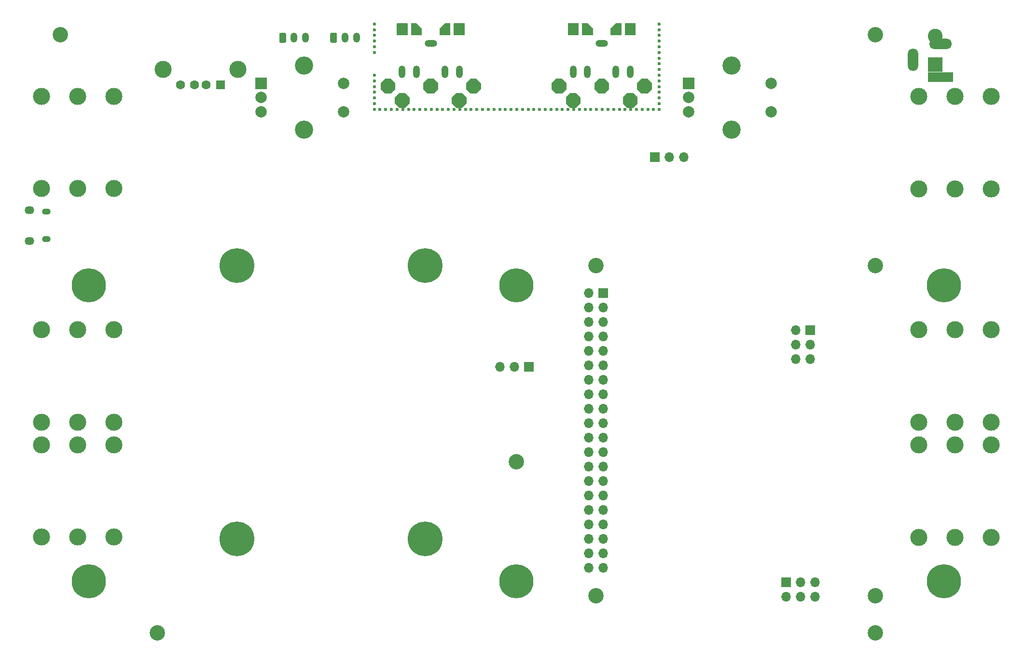
<source format=gbs>
G04 #@! TF.GenerationSoftware,KiCad,Pcbnew,8.0.4+1*
G04 #@! TF.CreationDate,2024-10-13T10:14:26+00:00*
G04 #@! TF.ProjectId,pedalboard-hw,70656461-6c62-46f6-9172-642d68772e6b,4.0.0-RC1*
G04 #@! TF.SameCoordinates,Original*
G04 #@! TF.FileFunction,Soldermask,Bot*
G04 #@! TF.FilePolarity,Negative*
%FSLAX46Y46*%
G04 Gerber Fmt 4.6, Leading zero omitted, Abs format (unit mm)*
G04 Created by KiCad (PCBNEW 8.0.4+1) date 2024-10-13 10:14:26*
%MOMM*%
%LPD*%
G01*
G04 APERTURE LIST*
%ADD10C,2.700000*%
%ADD11O,1.200000X2.200000*%
%ADD12O,2.200000X1.200000*%
%ADD13C,3.000000*%
%ADD14R,4.400000X1.800000*%
%ADD15O,4.000000X1.800000*%
%ADD16O,1.800000X4.000000*%
%ADD17R,2.600000X2.600000*%
%ADD18C,2.600000*%
%ADD19R,1.700000X1.700000*%
%ADD20O,1.700000X1.700000*%
%ADD21C,0.600000*%
%ADD22R,2.000000X2.000000*%
%ADD23C,2.000000*%
%ADD24C,3.200000*%
%ADD25O,1.700000X1.350000*%
%ADD26O,1.500000X1.100000*%
%ADD27R,1.600000X1.500000*%
%ADD28C,1.600000*%
%ADD29C,6.100000*%
%ADD30C,6.000000*%
%ADD31O,1.200000X1.750000*%
G04 APERTURE END LIST*
D10*
X168000000Y-121500000D03*
D11*
X125000000Y-29500000D03*
X122500000Y-29500000D03*
D12*
X120000000Y-24500000D03*
D11*
X115000000Y-29500000D03*
X117500000Y-29500000D03*
D13*
X28050000Y-50000000D03*
X28050000Y-33770000D03*
X21700000Y-50000000D03*
X21700000Y-33770000D03*
X34400000Y-50000000D03*
X34400000Y-33770000D03*
X28050000Y-111200000D03*
X28050000Y-94970000D03*
X21700000Y-111200000D03*
X21700000Y-94970000D03*
X34400000Y-111200000D03*
X34400000Y-94970000D03*
D14*
X179400000Y-30400000D03*
D15*
X179400000Y-24600000D03*
D16*
X174600000Y-27400000D03*
D17*
X178500000Y-28210000D03*
D18*
X178500000Y-23210000D03*
D13*
X28050000Y-91000000D03*
X28050000Y-74770000D03*
X21700000Y-91000000D03*
X21700000Y-74770000D03*
X34400000Y-91000000D03*
X34400000Y-74770000D03*
X181950000Y-94995000D03*
X181950000Y-111225000D03*
X188300000Y-94995000D03*
X188300000Y-111225000D03*
X175600000Y-94995000D03*
X175600000Y-111225000D03*
D19*
X129315000Y-44450000D03*
D20*
X131855000Y-44450000D03*
X134395000Y-44450000D03*
D10*
X118980000Y-121520000D03*
D21*
X80100000Y-21075000D03*
X80100000Y-22075000D03*
X80100000Y-23075000D03*
X80100000Y-24075000D03*
X80100000Y-25075000D03*
X80100000Y-26075000D03*
X80100000Y-30075000D03*
X80100000Y-31075000D03*
X80100000Y-32075000D03*
X80100000Y-33075000D03*
X80100000Y-34075000D03*
X80100000Y-35075000D03*
X80100000Y-36075000D03*
X81100000Y-36075000D03*
X82100000Y-36075000D03*
X83100000Y-36075000D03*
X84100000Y-36075000D03*
X85100000Y-36075000D03*
X86100000Y-36075000D03*
X87100000Y-36075000D03*
X88100000Y-36075000D03*
X89100000Y-36075000D03*
X90100000Y-36075000D03*
X91100000Y-36075000D03*
X92100000Y-36075000D03*
X93100000Y-36075000D03*
X94100000Y-36075000D03*
X95100000Y-36075000D03*
X96100000Y-36075000D03*
X97100000Y-36075000D03*
X98100000Y-36075000D03*
X99100000Y-36075000D03*
X100100000Y-36075000D03*
X101100000Y-36075000D03*
X102100000Y-36075000D03*
X103100000Y-36075000D03*
X104100000Y-36075000D03*
X105100000Y-36075000D03*
X106100000Y-36075000D03*
X107100000Y-36075000D03*
X108100000Y-36075000D03*
X109100000Y-36075000D03*
X110100000Y-36075000D03*
X111100000Y-36075000D03*
X112100000Y-36075000D03*
X113100000Y-36075000D03*
X114100000Y-36075000D03*
X115100000Y-36075000D03*
X116100000Y-36075000D03*
X117100000Y-36075000D03*
X118100000Y-36075000D03*
X119100000Y-36075000D03*
X120100000Y-36075000D03*
X121100000Y-36075000D03*
X122100000Y-36075000D03*
X123100000Y-36075000D03*
X124100000Y-36075000D03*
X125100000Y-36075000D03*
X126100000Y-36075000D03*
X127100000Y-36075000D03*
X128100000Y-36075000D03*
X129100000Y-36075000D03*
X130100000Y-21075000D03*
X130100000Y-22075000D03*
X130100000Y-23075000D03*
X130100000Y-24075000D03*
X130100000Y-25075000D03*
X130100000Y-26075000D03*
X130100000Y-27075000D03*
X130100000Y-28075000D03*
X130100000Y-29075000D03*
X130100000Y-30075000D03*
X130100000Y-31075000D03*
X130100000Y-32075000D03*
X130100000Y-33075000D03*
X130100000Y-34075000D03*
X130100000Y-35075000D03*
X130100000Y-36075000D03*
D10*
X25000000Y-23000000D03*
D13*
X181965000Y-33800000D03*
X181965000Y-50030000D03*
X188315000Y-33800000D03*
X188315000Y-50030000D03*
X175615000Y-33800000D03*
X175615000Y-50030000D03*
D10*
X168000000Y-63500000D03*
G36*
X111946312Y-33285921D02*
G01*
X111214079Y-32553688D01*
X111199200Y-32517767D01*
X111199200Y-31482233D01*
X111214079Y-31446312D01*
X111946312Y-30714079D01*
X111982233Y-30699200D01*
X113017767Y-30699200D01*
X113053688Y-30714079D01*
X113785921Y-31446312D01*
X113800800Y-31482233D01*
X113800800Y-32517767D01*
X113785921Y-32553688D01*
X113053688Y-33285921D01*
X113017767Y-33300800D01*
X111982233Y-33300800D01*
X111946312Y-33285921D01*
G37*
G36*
X121285921Y-32553688D02*
G01*
X120553688Y-33285921D01*
X120517767Y-33300800D01*
X119482233Y-33300800D01*
X119446312Y-33285921D01*
X118714079Y-32553688D01*
X118699200Y-32517767D01*
X118699200Y-31482233D01*
X118714079Y-31446312D01*
X119446312Y-30714079D01*
X119482233Y-30699200D01*
X120517767Y-30699200D01*
X120553688Y-30714079D01*
X121285921Y-31446312D01*
X121300800Y-31482233D01*
X121300800Y-32517767D01*
X121285921Y-32553688D01*
G37*
G36*
X126946312Y-33285921D02*
G01*
X126214079Y-32553688D01*
X126199200Y-32517767D01*
X126199200Y-31482233D01*
X126214079Y-31446312D01*
X126946312Y-30714079D01*
X126982233Y-30699200D01*
X128017767Y-30699200D01*
X128053688Y-30714079D01*
X128785921Y-31446312D01*
X128800800Y-31482233D01*
X128800800Y-32517767D01*
X128785921Y-32553688D01*
X128053688Y-33285921D01*
X128017767Y-33300800D01*
X126982233Y-33300800D01*
X126946312Y-33285921D01*
G37*
G36*
X114446312Y-35785921D02*
G01*
X113714079Y-35053688D01*
X113699200Y-35017767D01*
X113699200Y-33982233D01*
X113714079Y-33946312D01*
X114446312Y-33214079D01*
X114482233Y-33199200D01*
X115517767Y-33199200D01*
X115553688Y-33214079D01*
X116285921Y-33946312D01*
X116300800Y-33982233D01*
X116300800Y-35017767D01*
X116285921Y-35053688D01*
X115553688Y-35785921D01*
X115517767Y-35800800D01*
X114482233Y-35800800D01*
X114446312Y-35785921D01*
G37*
G36*
X124446312Y-35785921D02*
G01*
X123714079Y-35053688D01*
X123699200Y-35017767D01*
X123699200Y-33982233D01*
X123714079Y-33946312D01*
X124446312Y-33214079D01*
X124482233Y-33199200D01*
X125517767Y-33199200D01*
X125553688Y-33214079D01*
X126285921Y-33946312D01*
X126300800Y-33982233D01*
X126300800Y-35017767D01*
X126285921Y-35053688D01*
X125553688Y-35785921D01*
X125517767Y-35800800D01*
X124482233Y-35800800D01*
X124446312Y-35785921D01*
G37*
G36*
X121564079Y-23035921D02*
G01*
X121549200Y-23000000D01*
X121549200Y-21900000D01*
X121564079Y-21864079D01*
X122464079Y-20964079D01*
X122500000Y-20949200D01*
X123400000Y-20949200D01*
X123435921Y-20964079D01*
X123450800Y-21000000D01*
X123450800Y-23000000D01*
X123435921Y-23035921D01*
X123400000Y-23050800D01*
X121600000Y-23050800D01*
X121564079Y-23035921D01*
G37*
G36*
G01*
X125950800Y-21000000D02*
X125950800Y-23000000D01*
G75*
G02*
X125900000Y-23050800I-50800J0D01*
G01*
X124100000Y-23050800D01*
G75*
G02*
X124049200Y-23000000I0J50800D01*
G01*
X124049200Y-21000000D01*
G75*
G02*
X124100000Y-20949200I50800J0D01*
G01*
X125900000Y-20949200D01*
G75*
G02*
X125950800Y-21000000I0J-50800D01*
G01*
G37*
G36*
G01*
X115950800Y-21000000D02*
X115950800Y-23000000D01*
G75*
G02*
X115900000Y-23050800I-50800J0D01*
G01*
X114100000Y-23050800D01*
G75*
G02*
X114049200Y-23000000I0J50800D01*
G01*
X114049200Y-21000000D01*
G75*
G02*
X114100000Y-20949200I50800J0D01*
G01*
X115900000Y-20949200D01*
G75*
G02*
X115950800Y-21000000I0J-50800D01*
G01*
G37*
G36*
X116564079Y-23035921D02*
G01*
X116549200Y-23000000D01*
X116549200Y-21000000D01*
X116564079Y-20964079D01*
X116600000Y-20949200D01*
X117500000Y-20949200D01*
X117535921Y-20964079D01*
X118435921Y-21864079D01*
X118450800Y-21900000D01*
X118450800Y-23000000D01*
X118435921Y-23035921D01*
X118400000Y-23050800D01*
X116600000Y-23050800D01*
X116564079Y-23035921D01*
G37*
X119000000Y-63500000D03*
D22*
X60250000Y-31500000D03*
D23*
X60250000Y-36500000D03*
X60250000Y-34000000D03*
D24*
X67750000Y-28400000D03*
X67750000Y-39600000D03*
D23*
X74750000Y-36500000D03*
X74750000Y-31500000D03*
D10*
X168000000Y-128000000D03*
D19*
X107225000Y-81300000D03*
D20*
X104685000Y-81300000D03*
X102145000Y-81300000D03*
D13*
X181950000Y-74780000D03*
X181950000Y-91010000D03*
X188300000Y-74780000D03*
X188300000Y-91010000D03*
X175600000Y-74780000D03*
X175600000Y-91010000D03*
D25*
X19555000Y-53745000D03*
D26*
X22555000Y-54055000D03*
X22555000Y-58895000D03*
D25*
X19555000Y-59205000D03*
D27*
X53080000Y-31750000D03*
D28*
X50580000Y-31750000D03*
X48580000Y-31750000D03*
X46080000Y-31750000D03*
D13*
X56150000Y-29040000D03*
X43010000Y-29040000D03*
D29*
X89000000Y-111500000D03*
X89000000Y-63500000D03*
X56000000Y-111500000D03*
X56000000Y-63500000D03*
D10*
X42000000Y-128000000D03*
X168000000Y-23000000D03*
D22*
X135250000Y-31500000D03*
D23*
X135250000Y-36500000D03*
X135250000Y-34000000D03*
D24*
X142750000Y-28400000D03*
X142750000Y-39600000D03*
D23*
X149750000Y-36500000D03*
X149750000Y-31500000D03*
D10*
X105000000Y-98000000D03*
G36*
X81946312Y-33285921D02*
G01*
X81214079Y-32553688D01*
X81199200Y-32517767D01*
X81199200Y-31482233D01*
X81214079Y-31446312D01*
X81946312Y-30714079D01*
X81982233Y-30699200D01*
X83017767Y-30699200D01*
X83053688Y-30714079D01*
X83785921Y-31446312D01*
X83800800Y-31482233D01*
X83800800Y-32517767D01*
X83785921Y-32553688D01*
X83053688Y-33285921D01*
X83017767Y-33300800D01*
X81982233Y-33300800D01*
X81946312Y-33285921D01*
G37*
G36*
X91285921Y-32553688D02*
G01*
X90553688Y-33285921D01*
X90517767Y-33300800D01*
X89482233Y-33300800D01*
X89446312Y-33285921D01*
X88714079Y-32553688D01*
X88699200Y-32517767D01*
X88699200Y-31482233D01*
X88714079Y-31446312D01*
X89446312Y-30714079D01*
X89482233Y-30699200D01*
X90517767Y-30699200D01*
X90553688Y-30714079D01*
X91285921Y-31446312D01*
X91300800Y-31482233D01*
X91300800Y-32517767D01*
X91285921Y-32553688D01*
G37*
G36*
X96946312Y-33285921D02*
G01*
X96214079Y-32553688D01*
X96199200Y-32517767D01*
X96199200Y-31482233D01*
X96214079Y-31446312D01*
X96946312Y-30714079D01*
X96982233Y-30699200D01*
X98017767Y-30699200D01*
X98053688Y-30714079D01*
X98785921Y-31446312D01*
X98800800Y-31482233D01*
X98800800Y-32517767D01*
X98785921Y-32553688D01*
X98053688Y-33285921D01*
X98017767Y-33300800D01*
X96982233Y-33300800D01*
X96946312Y-33285921D01*
G37*
G36*
X84446312Y-35785921D02*
G01*
X83714079Y-35053688D01*
X83699200Y-35017767D01*
X83699200Y-33982233D01*
X83714079Y-33946312D01*
X84446312Y-33214079D01*
X84482233Y-33199200D01*
X85517767Y-33199200D01*
X85553688Y-33214079D01*
X86285921Y-33946312D01*
X86300800Y-33982233D01*
X86300800Y-35017767D01*
X86285921Y-35053688D01*
X85553688Y-35785921D01*
X85517767Y-35800800D01*
X84482233Y-35800800D01*
X84446312Y-35785921D01*
G37*
G36*
X94446312Y-35785921D02*
G01*
X93714079Y-35053688D01*
X93699200Y-35017767D01*
X93699200Y-33982233D01*
X93714079Y-33946312D01*
X94446312Y-33214079D01*
X94482233Y-33199200D01*
X95517767Y-33199200D01*
X95553688Y-33214079D01*
X96285921Y-33946312D01*
X96300800Y-33982233D01*
X96300800Y-35017767D01*
X96285921Y-35053688D01*
X95553688Y-35785921D01*
X95517767Y-35800800D01*
X94482233Y-35800800D01*
X94446312Y-35785921D01*
G37*
G36*
X91564079Y-23035921D02*
G01*
X91549200Y-23000000D01*
X91549200Y-21900000D01*
X91564079Y-21864079D01*
X92464079Y-20964079D01*
X92500000Y-20949200D01*
X93400000Y-20949200D01*
X93435921Y-20964079D01*
X93450800Y-21000000D01*
X93450800Y-23000000D01*
X93435921Y-23035921D01*
X93400000Y-23050800D01*
X91600000Y-23050800D01*
X91564079Y-23035921D01*
G37*
G36*
G01*
X95950800Y-21000000D02*
X95950800Y-23000000D01*
G75*
G02*
X95900000Y-23050800I-50800J0D01*
G01*
X94100000Y-23050800D01*
G75*
G02*
X94049200Y-23000000I0J50800D01*
G01*
X94049200Y-21000000D01*
G75*
G02*
X94100000Y-20949200I50800J0D01*
G01*
X95900000Y-20949200D01*
G75*
G02*
X95950800Y-21000000I0J-50800D01*
G01*
G37*
G36*
G01*
X85950800Y-21000000D02*
X85950800Y-23000000D01*
G75*
G02*
X85900000Y-23050800I-50800J0D01*
G01*
X84100000Y-23050800D01*
G75*
G02*
X84049200Y-23000000I0J50800D01*
G01*
X84049200Y-21000000D01*
G75*
G02*
X84100000Y-20949200I50800J0D01*
G01*
X85900000Y-20949200D01*
G75*
G02*
X85950800Y-21000000I0J-50800D01*
G01*
G37*
G36*
X86564079Y-23035921D02*
G01*
X86549200Y-23000000D01*
X86549200Y-21000000D01*
X86564079Y-20964079D01*
X86600000Y-20949200D01*
X87500000Y-20949200D01*
X87535921Y-20964079D01*
X88435921Y-21864079D01*
X88450800Y-21900000D01*
X88450800Y-23000000D01*
X88435921Y-23035921D01*
X88400000Y-23050800D01*
X86600000Y-23050800D01*
X86564079Y-23035921D01*
G37*
D11*
X94994500Y-29500000D03*
X92494500Y-29500000D03*
D12*
X89994500Y-24500000D03*
D11*
X84994500Y-29500000D03*
X87494500Y-29500000D03*
D30*
X30000000Y-119000000D03*
X105000000Y-67000000D03*
X30000000Y-67000000D03*
X180000000Y-67000000D03*
X105000000Y-119000000D03*
G36*
G01*
X72360000Y-24115000D02*
X72360000Y-22865000D01*
G75*
G02*
X72610000Y-22615000I250000J0D01*
G01*
X73310000Y-22615000D01*
G75*
G02*
X73560000Y-22865000I0J-250000D01*
G01*
X73560000Y-24115000D01*
G75*
G02*
X73310000Y-24365000I-250000J0D01*
G01*
X72610000Y-24365000D01*
G75*
G02*
X72360000Y-24115000I0J250000D01*
G01*
G37*
D31*
X74960000Y-23490000D03*
X76960000Y-23490000D03*
D30*
X180000000Y-119000000D03*
D19*
X120250000Y-68375600D03*
D20*
X117710000Y-68375600D03*
X120250000Y-70915600D03*
X117710000Y-70915600D03*
X120250000Y-73455600D03*
X117710000Y-73455600D03*
X120250000Y-75995600D03*
X117710000Y-75995600D03*
X120250000Y-78535600D03*
X117710000Y-78535600D03*
X120250000Y-81075600D03*
X117710000Y-81075600D03*
X120250000Y-83615600D03*
X117710000Y-83615600D03*
X120250000Y-86155600D03*
X117710000Y-86155600D03*
X120250000Y-88695600D03*
X117710000Y-88695600D03*
X120250000Y-91235600D03*
X117710000Y-91235600D03*
X120250000Y-93775600D03*
X117710000Y-93775600D03*
X120250000Y-96315600D03*
X117710000Y-96315600D03*
X120250000Y-98855600D03*
X117710000Y-98855600D03*
X120250000Y-101395600D03*
X117710000Y-101395600D03*
X120250000Y-103935600D03*
X117710000Y-103935600D03*
X120250000Y-106475600D03*
X117710000Y-106475600D03*
X120250000Y-109015600D03*
X117710000Y-109015600D03*
X120250000Y-111555600D03*
X117710000Y-111555600D03*
X120250000Y-114095600D03*
X117710000Y-114095600D03*
X120250000Y-116635600D03*
X117710000Y-116635600D03*
D19*
X156555000Y-74845600D03*
D20*
X154015000Y-74845600D03*
X156555000Y-77385600D03*
X154015000Y-77385600D03*
X156555000Y-79925600D03*
X154015000Y-79925600D03*
D19*
X152380000Y-119150600D03*
D20*
X152380000Y-121690600D03*
X154920000Y-119150600D03*
X154920000Y-121690600D03*
X157460000Y-119150600D03*
X157460000Y-121690600D03*
G36*
G01*
X63430000Y-24125000D02*
X63430000Y-22875000D01*
G75*
G02*
X63680000Y-22625000I250000J0D01*
G01*
X64380000Y-22625000D01*
G75*
G02*
X64630000Y-22875000I0J-250000D01*
G01*
X64630000Y-24125000D01*
G75*
G02*
X64380000Y-24375000I-250000J0D01*
G01*
X63680000Y-24375000D01*
G75*
G02*
X63430000Y-24125000I0J250000D01*
G01*
G37*
D31*
X66030000Y-23500000D03*
X68030000Y-23500000D03*
M02*

</source>
